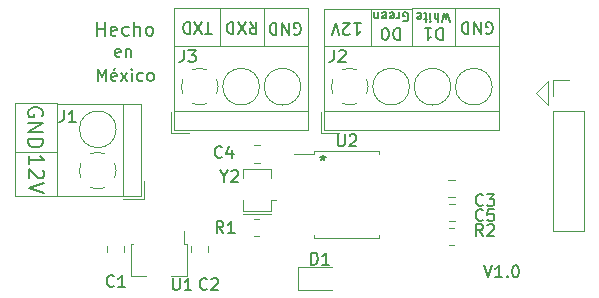
<source format=gbr>
%TF.GenerationSoftware,KiCad,Pcbnew,(5.1.9)-1*%
%TF.CreationDate,2021-07-20T15:51:08-07:00*%
%TF.ProjectId,Wie to serial,57696520-746f-4207-9365-7269616c2e6b,rev?*%
%TF.SameCoordinates,Original*%
%TF.FileFunction,Legend,Top*%
%TF.FilePolarity,Positive*%
%FSLAX46Y46*%
G04 Gerber Fmt 4.6, Leading zero omitted, Abs format (unit mm)*
G04 Created by KiCad (PCBNEW (5.1.9)-1) date 2021-07-20 15:51:08*
%MOMM*%
%LPD*%
G01*
G04 APERTURE LIST*
%ADD10C,0.203200*%
%ADD11C,0.150000*%
%ADD12C,0.120000*%
G04 APERTURE END LIST*
D10*
X132107214Y-76215119D02*
X132107214Y-75199119D01*
X132445880Y-75924833D01*
X132784547Y-75199119D01*
X132784547Y-76215119D01*
X133655404Y-76166738D02*
X133558642Y-76215119D01*
X133365119Y-76215119D01*
X133268357Y-76166738D01*
X133219976Y-76069976D01*
X133219976Y-75682928D01*
X133268357Y-75586166D01*
X133365119Y-75537785D01*
X133558642Y-75537785D01*
X133655404Y-75586166D01*
X133703785Y-75682928D01*
X133703785Y-75779690D01*
X133219976Y-75876452D01*
X133558642Y-75150738D02*
X133413500Y-75295880D01*
X134042452Y-76215119D02*
X134574642Y-75537785D01*
X134042452Y-75537785D02*
X134574642Y-76215119D01*
X134961690Y-76215119D02*
X134961690Y-75537785D01*
X134961690Y-75199119D02*
X134913309Y-75247500D01*
X134961690Y-75295880D01*
X135010071Y-75247500D01*
X134961690Y-75199119D01*
X134961690Y-75295880D01*
X135880928Y-76166738D02*
X135784166Y-76215119D01*
X135590642Y-76215119D01*
X135493880Y-76166738D01*
X135445500Y-76118357D01*
X135397119Y-76021595D01*
X135397119Y-75731309D01*
X135445500Y-75634547D01*
X135493880Y-75586166D01*
X135590642Y-75537785D01*
X135784166Y-75537785D01*
X135880928Y-75586166D01*
X136461500Y-76215119D02*
X136364738Y-76166738D01*
X136316357Y-76118357D01*
X136267976Y-76021595D01*
X136267976Y-75731309D01*
X136316357Y-75634547D01*
X136364738Y-75586166D01*
X136461500Y-75537785D01*
X136606642Y-75537785D01*
X136703404Y-75586166D01*
X136751785Y-75634547D01*
X136800166Y-75731309D01*
X136800166Y-76021595D01*
X136751785Y-76118357D01*
X136703404Y-76166738D01*
X136606642Y-76215119D01*
X136461500Y-76215119D01*
X133972904Y-74134738D02*
X133876142Y-74183119D01*
X133682619Y-74183119D01*
X133585857Y-74134738D01*
X133537476Y-74037976D01*
X133537476Y-73650928D01*
X133585857Y-73554166D01*
X133682619Y-73505785D01*
X133876142Y-73505785D01*
X133972904Y-73554166D01*
X134021285Y-73650928D01*
X134021285Y-73747690D01*
X133537476Y-73844452D01*
X134456714Y-73505785D02*
X134456714Y-74183119D01*
X134456714Y-73602547D02*
X134505095Y-73554166D01*
X134601857Y-73505785D01*
X134747000Y-73505785D01*
X134843761Y-73554166D01*
X134892142Y-73650928D01*
X134892142Y-74183119D01*
X132025571Y-72399071D02*
X132025571Y-71256071D01*
X132025571Y-71800357D02*
X132678714Y-71800357D01*
X132678714Y-72399071D02*
X132678714Y-71256071D01*
X133658428Y-72344642D02*
X133549571Y-72399071D01*
X133331857Y-72399071D01*
X133223000Y-72344642D01*
X133168571Y-72235785D01*
X133168571Y-71800357D01*
X133223000Y-71691500D01*
X133331857Y-71637071D01*
X133549571Y-71637071D01*
X133658428Y-71691500D01*
X133712857Y-71800357D01*
X133712857Y-71909214D01*
X133168571Y-72018071D01*
X134692571Y-72344642D02*
X134583714Y-72399071D01*
X134366000Y-72399071D01*
X134257142Y-72344642D01*
X134202714Y-72290214D01*
X134148285Y-72181357D01*
X134148285Y-71854785D01*
X134202714Y-71745928D01*
X134257142Y-71691500D01*
X134366000Y-71637071D01*
X134583714Y-71637071D01*
X134692571Y-71691500D01*
X135182428Y-72399071D02*
X135182428Y-71256071D01*
X135672285Y-72399071D02*
X135672285Y-71800357D01*
X135617857Y-71691500D01*
X135509000Y-71637071D01*
X135345714Y-71637071D01*
X135236857Y-71691500D01*
X135182428Y-71745928D01*
X136379857Y-72399071D02*
X136271000Y-72344642D01*
X136216571Y-72290214D01*
X136162142Y-72181357D01*
X136162142Y-71854785D01*
X136216571Y-71745928D01*
X136271000Y-71691500D01*
X136379857Y-71637071D01*
X136543142Y-71637071D01*
X136652000Y-71691500D01*
X136706428Y-71745928D01*
X136760857Y-71854785D01*
X136760857Y-72181357D01*
X136706428Y-72290214D01*
X136652000Y-72344642D01*
X136543142Y-72399071D01*
X136379857Y-72399071D01*
D11*
X164782690Y-91844880D02*
X165116023Y-92844880D01*
X165449357Y-91844880D01*
X166306500Y-92844880D02*
X165735071Y-92844880D01*
X166020785Y-92844880D02*
X166020785Y-91844880D01*
X165925547Y-91987738D01*
X165830309Y-92082976D01*
X165735071Y-92130595D01*
X166735071Y-92749642D02*
X166782690Y-92797261D01*
X166735071Y-92844880D01*
X166687452Y-92797261D01*
X166735071Y-92749642D01*
X166735071Y-92844880D01*
X167401738Y-91844880D02*
X167496976Y-91844880D01*
X167592214Y-91892500D01*
X167639833Y-91940119D01*
X167687452Y-92035357D01*
X167735071Y-92225833D01*
X167735071Y-92463928D01*
X167687452Y-92654404D01*
X167639833Y-92749642D01*
X167592214Y-92797261D01*
X167496976Y-92844880D01*
X167401738Y-92844880D01*
X167306500Y-92797261D01*
X167258880Y-92749642D01*
X167211261Y-92654404D01*
X167163642Y-92463928D01*
X167163642Y-92225833D01*
X167211261Y-92035357D01*
X167258880Y-91940119D01*
X167306500Y-91892500D01*
X167401738Y-91844880D01*
X161861500Y-71219785D02*
X161680071Y-70457785D01*
X161534928Y-71002071D01*
X161389785Y-70457785D01*
X161208357Y-71219785D01*
X160918071Y-70457785D02*
X160918071Y-71219785D01*
X160591500Y-70457785D02*
X160591500Y-70856928D01*
X160627785Y-70929500D01*
X160700357Y-70965785D01*
X160809214Y-70965785D01*
X160881785Y-70929500D01*
X160918071Y-70893214D01*
X160228642Y-70457785D02*
X160228642Y-70965785D01*
X160228642Y-71219785D02*
X160264928Y-71183500D01*
X160228642Y-71147214D01*
X160192357Y-71183500D01*
X160228642Y-71219785D01*
X160228642Y-71147214D01*
X159974642Y-70965785D02*
X159684357Y-70965785D01*
X159865785Y-71219785D02*
X159865785Y-70566642D01*
X159829500Y-70494071D01*
X159756928Y-70457785D01*
X159684357Y-70457785D01*
X159140071Y-70494071D02*
X159212642Y-70457785D01*
X159357785Y-70457785D01*
X159430357Y-70494071D01*
X159466642Y-70566642D01*
X159466642Y-70856928D01*
X159430357Y-70929500D01*
X159357785Y-70965785D01*
X159212642Y-70965785D01*
X159140071Y-70929500D01*
X159103785Y-70856928D01*
X159103785Y-70784357D01*
X159466642Y-70711785D01*
X157942642Y-71120000D02*
X158015214Y-71156285D01*
X158124071Y-71156285D01*
X158232928Y-71120000D01*
X158305500Y-71047428D01*
X158341785Y-70974857D01*
X158378071Y-70829714D01*
X158378071Y-70720857D01*
X158341785Y-70575714D01*
X158305500Y-70503142D01*
X158232928Y-70430571D01*
X158124071Y-70394285D01*
X158051500Y-70394285D01*
X157942642Y-70430571D01*
X157906357Y-70466857D01*
X157906357Y-70720857D01*
X158051500Y-70720857D01*
X157579785Y-70394285D02*
X157579785Y-70902285D01*
X157579785Y-70757142D02*
X157543500Y-70829714D01*
X157507214Y-70866000D01*
X157434642Y-70902285D01*
X157362071Y-70902285D01*
X156817785Y-70430571D02*
X156890357Y-70394285D01*
X157035500Y-70394285D01*
X157108071Y-70430571D01*
X157144357Y-70503142D01*
X157144357Y-70793428D01*
X157108071Y-70866000D01*
X157035500Y-70902285D01*
X156890357Y-70902285D01*
X156817785Y-70866000D01*
X156781500Y-70793428D01*
X156781500Y-70720857D01*
X157144357Y-70648285D01*
X156164642Y-70430571D02*
X156237214Y-70394285D01*
X156382357Y-70394285D01*
X156454928Y-70430571D01*
X156491214Y-70503142D01*
X156491214Y-70793428D01*
X156454928Y-70866000D01*
X156382357Y-70902285D01*
X156237214Y-70902285D01*
X156164642Y-70866000D01*
X156128357Y-70793428D01*
X156128357Y-70720857D01*
X156491214Y-70648285D01*
X155801785Y-70902285D02*
X155801785Y-70394285D01*
X155801785Y-70829714D02*
X155765500Y-70866000D01*
X155692928Y-70902285D01*
X155584071Y-70902285D01*
X155511500Y-70866000D01*
X155475214Y-70793428D01*
X155475214Y-70394285D01*
X164972904Y-72191500D02*
X165068142Y-72239119D01*
X165211000Y-72239119D01*
X165353857Y-72191500D01*
X165449095Y-72096261D01*
X165496714Y-72001023D01*
X165544333Y-71810547D01*
X165544333Y-71667690D01*
X165496714Y-71477214D01*
X165449095Y-71381976D01*
X165353857Y-71286738D01*
X165211000Y-71239119D01*
X165115761Y-71239119D01*
X164972904Y-71286738D01*
X164925285Y-71334357D01*
X164925285Y-71667690D01*
X165115761Y-71667690D01*
X164496714Y-71239119D02*
X164496714Y-72239119D01*
X163925285Y-71239119D01*
X163925285Y-72239119D01*
X163449095Y-71239119D02*
X163449095Y-72239119D01*
X163211000Y-72239119D01*
X163068142Y-72191500D01*
X162972904Y-72096261D01*
X162925285Y-72001023D01*
X162877666Y-71810547D01*
X162877666Y-71667690D01*
X162925285Y-71477214D01*
X162972904Y-71381976D01*
X163068142Y-71286738D01*
X163211000Y-71239119D01*
X163449095Y-71239119D01*
X161266095Y-71747119D02*
X161266095Y-72747119D01*
X161028000Y-72747119D01*
X160885142Y-72699500D01*
X160789904Y-72604261D01*
X160742285Y-72509023D01*
X160694666Y-72318547D01*
X160694666Y-72175690D01*
X160742285Y-71985214D01*
X160789904Y-71889976D01*
X160885142Y-71794738D01*
X161028000Y-71747119D01*
X161266095Y-71747119D01*
X159742285Y-71747119D02*
X160313714Y-71747119D01*
X160028000Y-71747119D02*
X160028000Y-72747119D01*
X160123238Y-72604261D01*
X160218476Y-72509023D01*
X160313714Y-72461404D01*
X157646595Y-71747119D02*
X157646595Y-72747119D01*
X157408500Y-72747119D01*
X157265642Y-72699500D01*
X157170404Y-72604261D01*
X157122785Y-72509023D01*
X157075166Y-72318547D01*
X157075166Y-72175690D01*
X157122785Y-71985214D01*
X157170404Y-71889976D01*
X157265642Y-71794738D01*
X157408500Y-71747119D01*
X157646595Y-71747119D01*
X156456119Y-72747119D02*
X156360880Y-72747119D01*
X156265642Y-72699500D01*
X156218023Y-72651880D01*
X156170404Y-72556642D01*
X156122785Y-72366166D01*
X156122785Y-72128071D01*
X156170404Y-71937595D01*
X156218023Y-71842357D01*
X156265642Y-71794738D01*
X156360880Y-71747119D01*
X156456119Y-71747119D01*
X156551357Y-71794738D01*
X156598976Y-71842357D01*
X156646595Y-71937595D01*
X156694214Y-72128071D01*
X156694214Y-72366166D01*
X156646595Y-72556642D01*
X156598976Y-72651880D01*
X156551357Y-72699500D01*
X156456119Y-72747119D01*
X153781047Y-71302619D02*
X154352476Y-71302619D01*
X154066761Y-71302619D02*
X154066761Y-72302619D01*
X154162000Y-72159761D01*
X154257238Y-72064523D01*
X154352476Y-72016904D01*
X153400095Y-72207380D02*
X153352476Y-72255000D01*
X153257238Y-72302619D01*
X153019142Y-72302619D01*
X152923904Y-72255000D01*
X152876285Y-72207380D01*
X152828666Y-72112142D01*
X152828666Y-72016904D01*
X152876285Y-71874047D01*
X153447714Y-71302619D01*
X152828666Y-71302619D01*
X152542952Y-72302619D02*
X152209619Y-71302619D01*
X151876285Y-72302619D01*
D12*
X162306000Y-73215500D02*
X162306000Y-70104000D01*
X158686500Y-73215500D02*
X158686500Y-70104000D01*
X155194000Y-73215500D02*
X155194000Y-70167500D01*
X166052500Y-70040500D02*
X165862000Y-70040500D01*
X166076000Y-73248000D02*
X166052500Y-70040500D01*
X151257000Y-70104000D02*
X165862000Y-70040500D01*
X151256000Y-73248000D02*
X151257000Y-70104000D01*
D11*
X148716904Y-72255000D02*
X148812142Y-72302619D01*
X148955000Y-72302619D01*
X149097857Y-72255000D01*
X149193095Y-72159761D01*
X149240714Y-72064523D01*
X149288333Y-71874047D01*
X149288333Y-71731190D01*
X149240714Y-71540714D01*
X149193095Y-71445476D01*
X149097857Y-71350238D01*
X148955000Y-71302619D01*
X148859761Y-71302619D01*
X148716904Y-71350238D01*
X148669285Y-71397857D01*
X148669285Y-71731190D01*
X148859761Y-71731190D01*
X148240714Y-71302619D02*
X148240714Y-72302619D01*
X147669285Y-71302619D01*
X147669285Y-72302619D01*
X147193095Y-71302619D02*
X147193095Y-72302619D01*
X146955000Y-72302619D01*
X146812142Y-72255000D01*
X146716904Y-72159761D01*
X146669285Y-72064523D01*
X146621666Y-71874047D01*
X146621666Y-71731190D01*
X146669285Y-71540714D01*
X146716904Y-71445476D01*
X146812142Y-71350238D01*
X146955000Y-71302619D01*
X147193095Y-71302619D01*
X144938666Y-71239119D02*
X145272000Y-71715309D01*
X145510095Y-71239119D02*
X145510095Y-72239119D01*
X145129142Y-72239119D01*
X145033904Y-72191500D01*
X144986285Y-72143880D01*
X144938666Y-72048642D01*
X144938666Y-71905785D01*
X144986285Y-71810547D01*
X145033904Y-71762928D01*
X145129142Y-71715309D01*
X145510095Y-71715309D01*
X144605333Y-72239119D02*
X143938666Y-71239119D01*
X143938666Y-72239119D02*
X144605333Y-71239119D01*
X143557714Y-71239119D02*
X143557714Y-72239119D01*
X143319619Y-72239119D01*
X143176761Y-72191500D01*
X143081523Y-72096261D01*
X143033904Y-72001023D01*
X142986285Y-71810547D01*
X142986285Y-71667690D01*
X143033904Y-71477214D01*
X143081523Y-71381976D01*
X143176761Y-71286738D01*
X143319619Y-71239119D01*
X143557714Y-71239119D01*
X141723904Y-72239119D02*
X141152476Y-72239119D01*
X141438190Y-71239119D02*
X141438190Y-72239119D01*
X140914380Y-72239119D02*
X140247714Y-71239119D01*
X140247714Y-72239119D02*
X140914380Y-71239119D01*
X139866761Y-71239119D02*
X139866761Y-72239119D01*
X139628666Y-72239119D01*
X139485809Y-72191500D01*
X139390571Y-72096261D01*
X139342952Y-72001023D01*
X139295333Y-71810547D01*
X139295333Y-71667690D01*
X139342952Y-71477214D01*
X139390571Y-71381976D01*
X139485809Y-71286738D01*
X139628666Y-71239119D01*
X139866761Y-71239119D01*
D12*
X146113500Y-73215500D02*
X146113500Y-70104000D01*
X142430500Y-73215500D02*
X142430500Y-70104000D01*
X138556000Y-73248000D02*
X138557000Y-70040500D01*
X149860000Y-70040500D02*
X138557000Y-70040500D01*
X149876000Y-73248000D02*
X149860000Y-70040500D01*
X128625600Y-82219800D02*
X125095000Y-82219800D01*
X125069600Y-85979000D02*
X128620000Y-85980000D01*
X125069600Y-85852000D02*
X125069600Y-85979000D01*
X125095000Y-78130400D02*
X125069600Y-85852000D01*
X128600200Y-78130400D02*
X125095000Y-78130400D01*
D10*
X127381000Y-79194780D02*
X127441476Y-79073828D01*
X127441476Y-78892400D01*
X127381000Y-78710971D01*
X127260047Y-78590019D01*
X127139095Y-78529542D01*
X126897190Y-78469066D01*
X126715761Y-78469066D01*
X126473857Y-78529542D01*
X126352904Y-78590019D01*
X126231952Y-78710971D01*
X126171476Y-78892400D01*
X126171476Y-79013352D01*
X126231952Y-79194780D01*
X126292428Y-79255257D01*
X126715761Y-79255257D01*
X126715761Y-79013352D01*
X126171476Y-79799542D02*
X127441476Y-79799542D01*
X126171476Y-80525257D01*
X127441476Y-80525257D01*
X126171476Y-81130019D02*
X127441476Y-81130019D01*
X127441476Y-81432400D01*
X127381000Y-81613828D01*
X127260047Y-81734780D01*
X127139095Y-81795257D01*
X126897190Y-81855733D01*
X126715761Y-81855733D01*
X126473857Y-81795257D01*
X126352904Y-81734780D01*
X126231952Y-81613828D01*
X126171476Y-81432400D01*
X126171476Y-81130019D01*
X126273076Y-83262409D02*
X126273076Y-82536695D01*
X126273076Y-82899552D02*
X127543076Y-82899552D01*
X127361647Y-82778600D01*
X127240695Y-82657647D01*
X127180219Y-82536695D01*
X127422123Y-83746219D02*
X127482600Y-83806695D01*
X127543076Y-83927647D01*
X127543076Y-84230028D01*
X127482600Y-84350980D01*
X127422123Y-84411457D01*
X127301171Y-84471933D01*
X127180219Y-84471933D01*
X126998790Y-84411457D01*
X126273076Y-83685742D01*
X126273076Y-84471933D01*
X127543076Y-84834790D02*
X126273076Y-85258123D01*
X127543076Y-85681457D01*
D12*
X169164000Y-77216000D02*
X170180000Y-76200000D01*
X170180000Y-78232000D02*
X169164000Y-77216000D01*
X170180000Y-76200000D02*
X170180000Y-78232000D01*
D11*
X151130000Y-82510380D02*
X151130000Y-82748476D01*
X150891904Y-82653238D02*
X151130000Y-82748476D01*
X151368095Y-82653238D01*
X150987142Y-82938952D02*
X151130000Y-82748476D01*
X151272857Y-82938952D01*
D12*
%TO.C,U2*%
X153162000Y-89562000D02*
X155922000Y-89562000D01*
X155922000Y-89562000D02*
X155922000Y-89287000D01*
X153162000Y-89562000D02*
X150402000Y-89562000D01*
X150402000Y-89562000D02*
X150402000Y-89287000D01*
X153162000Y-82142000D02*
X155922000Y-82142000D01*
X155922000Y-82142000D02*
X155922000Y-82417000D01*
X153162000Y-82142000D02*
X150402000Y-82142000D01*
X150402000Y-82142000D02*
X150402000Y-82417000D01*
X150402000Y-82417000D02*
X148712000Y-82417000D01*
%TO.C,C3*%
X161769248Y-84609000D02*
X162291752Y-84609000D01*
X161769248Y-86079000D02*
X162291752Y-86079000D01*
%TO.C,C1*%
X134339000Y-90162748D02*
X134339000Y-90685252D01*
X132869000Y-90162748D02*
X132869000Y-90685252D01*
%TO.C,C2*%
X139981000Y-90162748D02*
X139981000Y-90685252D01*
X141451000Y-90162748D02*
X141451000Y-90685252D01*
%TO.C,C4*%
X145280748Y-81688000D02*
X145803252Y-81688000D01*
X145280748Y-83158000D02*
X145803252Y-83158000D01*
%TO.C,C5*%
X161790748Y-88111000D02*
X162313252Y-88111000D01*
X161790748Y-86641000D02*
X162313252Y-86641000D01*
%TO.C,D1*%
X151876000Y-92004000D02*
X149016000Y-92004000D01*
X149016000Y-92004000D02*
X149016000Y-93924000D01*
X149016000Y-93924000D02*
X151876000Y-93924000D01*
%TO.C,J1*%
X133635000Y-80320000D02*
G75*
G03*
X133635000Y-80320000I-1555000J0D01*
G01*
X134180000Y-85980000D02*
X134180000Y-78160000D01*
X128620000Y-85980000D02*
X128620000Y-78160000D01*
X135740000Y-85980000D02*
X135740000Y-78160000D01*
X128620000Y-85980000D02*
X135740000Y-85980000D01*
X128620000Y-78160000D02*
X135740000Y-78160000D01*
X134240000Y-86220000D02*
X135980000Y-86220000D01*
X135980000Y-86220000D02*
X135980000Y-84720000D01*
X133511385Y-83212413D02*
G75*
G02*
X133635000Y-83820000I-1431385J-607587D01*
G01*
X131472258Y-82387891D02*
G75*
G02*
X132688000Y-82388000I607742J-1432109D01*
G01*
X130647891Y-84427742D02*
G75*
G02*
X130648000Y-83212000I1432109J607742D01*
G01*
X132687742Y-85252109D02*
G75*
G02*
X131472000Y-85252000I-607742J1432109D01*
G01*
X133635492Y-83792989D02*
G75*
G02*
X133512000Y-84428000I-1555492J-27011D01*
G01*
%TO.C,J2*%
X158471000Y-76708000D02*
G75*
G03*
X158471000Y-76708000I-1555000J0D01*
G01*
X161971000Y-76708000D02*
G75*
G03*
X161971000Y-76708000I-1555000J0D01*
G01*
X165471000Y-76708000D02*
G75*
G03*
X165471000Y-76708000I-1555000J0D01*
G01*
X151256000Y-78808000D02*
X166076000Y-78808000D01*
X151256000Y-73248000D02*
X166076000Y-73248000D01*
X151256000Y-80368000D02*
X166076000Y-80368000D01*
X151256000Y-73248000D02*
X151256000Y-80368000D01*
X166076000Y-73248000D02*
X166076000Y-80368000D01*
X151016000Y-78868000D02*
X151016000Y-80608000D01*
X151016000Y-80608000D02*
X152516000Y-80608000D01*
X154023587Y-78139385D02*
G75*
G02*
X153416000Y-78263000I-607587J1431385D01*
G01*
X154848109Y-76100258D02*
G75*
G02*
X154848000Y-77316000I-1432109J-607742D01*
G01*
X152808258Y-75275891D02*
G75*
G02*
X154024000Y-75276000I607742J-1432109D01*
G01*
X151983891Y-77315742D02*
G75*
G02*
X151984000Y-76100000I1432109J607742D01*
G01*
X153443011Y-78263492D02*
G75*
G02*
X152808000Y-78140000I-27011J1555492D01*
G01*
%TO.C,J3*%
X145771000Y-76708000D02*
G75*
G03*
X145771000Y-76708000I-1555000J0D01*
G01*
X149271000Y-76708000D02*
G75*
G03*
X149271000Y-76708000I-1555000J0D01*
G01*
X138556000Y-78808000D02*
X149876000Y-78808000D01*
X138556000Y-73248000D02*
X149876000Y-73248000D01*
X138556000Y-80368000D02*
X149876000Y-80368000D01*
X138556000Y-73248000D02*
X138556000Y-80368000D01*
X149876000Y-73248000D02*
X149876000Y-80368000D01*
X138316000Y-78868000D02*
X138316000Y-80608000D01*
X138316000Y-80608000D02*
X139816000Y-80608000D01*
X141323587Y-78139385D02*
G75*
G02*
X140716000Y-78263000I-607587J1431385D01*
G01*
X142148109Y-76100258D02*
G75*
G02*
X142148000Y-77316000I-1432109J-607742D01*
G01*
X140108258Y-75275891D02*
G75*
G02*
X141324000Y-75276000I607742J-1432109D01*
G01*
X139283891Y-77315742D02*
G75*
G02*
X139284000Y-76100000I1432109J607742D01*
G01*
X140743011Y-78263492D02*
G75*
G02*
X140108000Y-78140000I-27011J1555492D01*
G01*
%TO.C,J4*%
X170628000Y-88960000D02*
X173288000Y-88960000D01*
X170628000Y-78740000D02*
X170628000Y-88960000D01*
X173288000Y-78740000D02*
X173288000Y-88960000D01*
X170628000Y-78740000D02*
X173288000Y-78740000D01*
X170628000Y-77470000D02*
X170628000Y-76140000D01*
X170628000Y-76140000D02*
X171958000Y-76140000D01*
%TO.C,R1*%
X145314936Y-89381000D02*
X145769064Y-89381000D01*
X145314936Y-87911000D02*
X145769064Y-87911000D01*
%TO.C,R2*%
X162279064Y-90143000D02*
X161824936Y-90143000D01*
X162279064Y-88673000D02*
X161824936Y-88673000D01*
%TO.C,U1*%
X136181199Y-92755801D02*
X134871199Y-92755801D01*
X134871199Y-92755801D02*
X134871199Y-90035801D01*
X139361199Y-88895801D02*
X139361199Y-90035801D01*
X139591199Y-92755801D02*
X138281199Y-92755801D01*
X139591199Y-90035801D02*
X139591199Y-92755801D01*
X139591199Y-90035801D02*
X139361199Y-90035801D01*
X134871199Y-90035801D02*
X135101199Y-90035801D01*
%TO.C,Y2*%
X146742000Y-83671000D02*
X146742000Y-84471000D01*
X144342000Y-83671000D02*
X146342000Y-83671000D01*
X144342000Y-84471000D02*
X144342000Y-83671000D01*
X144342000Y-87271000D02*
X144342000Y-86271000D01*
X146342000Y-87271000D02*
X144342000Y-87271000D01*
X146742000Y-86271000D02*
X146742000Y-87271000D01*
X146742000Y-86271000D02*
X147142000Y-86271000D01*
X144342000Y-87471000D02*
X146342000Y-87471000D01*
X146342000Y-83671000D02*
X146742000Y-83671000D01*
X146342000Y-87271000D02*
X146742000Y-87271000D01*
X146342000Y-87471000D02*
X146742000Y-87471000D01*
%TO.C,U2*%
D11*
X152400095Y-80754380D02*
X152400095Y-81563904D01*
X152447714Y-81659142D01*
X152495333Y-81706761D01*
X152590571Y-81754380D01*
X152781047Y-81754380D01*
X152876285Y-81706761D01*
X152923904Y-81659142D01*
X152971523Y-81563904D01*
X152971523Y-80754380D01*
X153400095Y-80849619D02*
X153447714Y-80802000D01*
X153542952Y-80754380D01*
X153781047Y-80754380D01*
X153876285Y-80802000D01*
X153923904Y-80849619D01*
X153971523Y-80944857D01*
X153971523Y-81040095D01*
X153923904Y-81182952D01*
X153352476Y-81754380D01*
X153971523Y-81754380D01*
%TO.C,C3*%
X164679333Y-86717142D02*
X164631714Y-86764761D01*
X164488857Y-86812380D01*
X164393619Y-86812380D01*
X164250761Y-86764761D01*
X164155523Y-86669523D01*
X164107904Y-86574285D01*
X164060285Y-86383809D01*
X164060285Y-86240952D01*
X164107904Y-86050476D01*
X164155523Y-85955238D01*
X164250761Y-85860000D01*
X164393619Y-85812380D01*
X164488857Y-85812380D01*
X164631714Y-85860000D01*
X164679333Y-85907619D01*
X165012666Y-85812380D02*
X165631714Y-85812380D01*
X165298380Y-86193333D01*
X165441238Y-86193333D01*
X165536476Y-86240952D01*
X165584095Y-86288571D01*
X165631714Y-86383809D01*
X165631714Y-86621904D01*
X165584095Y-86717142D01*
X165536476Y-86764761D01*
X165441238Y-86812380D01*
X165155523Y-86812380D01*
X165060285Y-86764761D01*
X165012666Y-86717142D01*
%TO.C,C1*%
X133437333Y-93575142D02*
X133389714Y-93622761D01*
X133246857Y-93670380D01*
X133151619Y-93670380D01*
X133008761Y-93622761D01*
X132913523Y-93527523D01*
X132865904Y-93432285D01*
X132818285Y-93241809D01*
X132818285Y-93098952D01*
X132865904Y-92908476D01*
X132913523Y-92813238D01*
X133008761Y-92718000D01*
X133151619Y-92670380D01*
X133246857Y-92670380D01*
X133389714Y-92718000D01*
X133437333Y-92765619D01*
X134389714Y-93670380D02*
X133818285Y-93670380D01*
X134104000Y-93670380D02*
X134104000Y-92670380D01*
X134008761Y-92813238D01*
X133913523Y-92908476D01*
X133818285Y-92956095D01*
%TO.C,C2*%
X141311333Y-93829142D02*
X141263714Y-93876761D01*
X141120857Y-93924380D01*
X141025619Y-93924380D01*
X140882761Y-93876761D01*
X140787523Y-93781523D01*
X140739904Y-93686285D01*
X140692285Y-93495809D01*
X140692285Y-93352952D01*
X140739904Y-93162476D01*
X140787523Y-93067238D01*
X140882761Y-92972000D01*
X141025619Y-92924380D01*
X141120857Y-92924380D01*
X141263714Y-92972000D01*
X141311333Y-93019619D01*
X141692285Y-93019619D02*
X141739904Y-92972000D01*
X141835142Y-92924380D01*
X142073238Y-92924380D01*
X142168476Y-92972000D01*
X142216095Y-93019619D01*
X142263714Y-93114857D01*
X142263714Y-93210095D01*
X142216095Y-93352952D01*
X141644666Y-93924380D01*
X142263714Y-93924380D01*
%TO.C,C4*%
X142581333Y-82653142D02*
X142533714Y-82700761D01*
X142390857Y-82748380D01*
X142295619Y-82748380D01*
X142152761Y-82700761D01*
X142057523Y-82605523D01*
X142009904Y-82510285D01*
X141962285Y-82319809D01*
X141962285Y-82176952D01*
X142009904Y-81986476D01*
X142057523Y-81891238D01*
X142152761Y-81796000D01*
X142295619Y-81748380D01*
X142390857Y-81748380D01*
X142533714Y-81796000D01*
X142581333Y-81843619D01*
X143438476Y-82081714D02*
X143438476Y-82748380D01*
X143200380Y-81700761D02*
X142962285Y-82415047D01*
X143581333Y-82415047D01*
%TO.C,C5*%
X164679333Y-87987142D02*
X164631714Y-88034761D01*
X164488857Y-88082380D01*
X164393619Y-88082380D01*
X164250761Y-88034761D01*
X164155523Y-87939523D01*
X164107904Y-87844285D01*
X164060285Y-87653809D01*
X164060285Y-87510952D01*
X164107904Y-87320476D01*
X164155523Y-87225238D01*
X164250761Y-87130000D01*
X164393619Y-87082380D01*
X164488857Y-87082380D01*
X164631714Y-87130000D01*
X164679333Y-87177619D01*
X165584095Y-87082380D02*
X165107904Y-87082380D01*
X165060285Y-87558571D01*
X165107904Y-87510952D01*
X165203142Y-87463333D01*
X165441238Y-87463333D01*
X165536476Y-87510952D01*
X165584095Y-87558571D01*
X165631714Y-87653809D01*
X165631714Y-87891904D01*
X165584095Y-87987142D01*
X165536476Y-88034761D01*
X165441238Y-88082380D01*
X165203142Y-88082380D01*
X165107904Y-88034761D01*
X165060285Y-87987142D01*
%TO.C,D1*%
X150137904Y-91766380D02*
X150137904Y-90766380D01*
X150376000Y-90766380D01*
X150518857Y-90814000D01*
X150614095Y-90909238D01*
X150661714Y-91004476D01*
X150709333Y-91194952D01*
X150709333Y-91337809D01*
X150661714Y-91528285D01*
X150614095Y-91623523D01*
X150518857Y-91718761D01*
X150376000Y-91766380D01*
X150137904Y-91766380D01*
X151661714Y-91766380D02*
X151090285Y-91766380D01*
X151376000Y-91766380D02*
X151376000Y-90766380D01*
X151280761Y-90909238D01*
X151185523Y-91004476D01*
X151090285Y-91052095D01*
%TO.C,J1*%
X129206666Y-78700380D02*
X129206666Y-79414666D01*
X129159047Y-79557523D01*
X129063809Y-79652761D01*
X128920952Y-79700380D01*
X128825714Y-79700380D01*
X130206666Y-79700380D02*
X129635238Y-79700380D01*
X129920952Y-79700380D02*
X129920952Y-78700380D01*
X129825714Y-78843238D01*
X129730476Y-78938476D01*
X129635238Y-78986095D01*
%TO.C,J2*%
X152066666Y-73620380D02*
X152066666Y-74334666D01*
X152019047Y-74477523D01*
X151923809Y-74572761D01*
X151780952Y-74620380D01*
X151685714Y-74620380D01*
X152495238Y-73715619D02*
X152542857Y-73668000D01*
X152638095Y-73620380D01*
X152876190Y-73620380D01*
X152971428Y-73668000D01*
X153019047Y-73715619D01*
X153066666Y-73810857D01*
X153066666Y-73906095D01*
X153019047Y-74048952D01*
X152447619Y-74620380D01*
X153066666Y-74620380D01*
%TO.C,J3*%
X139366666Y-73620380D02*
X139366666Y-74334666D01*
X139319047Y-74477523D01*
X139223809Y-74572761D01*
X139080952Y-74620380D01*
X138985714Y-74620380D01*
X139747619Y-73620380D02*
X140366666Y-73620380D01*
X140033333Y-74001333D01*
X140176190Y-74001333D01*
X140271428Y-74048952D01*
X140319047Y-74096571D01*
X140366666Y-74191809D01*
X140366666Y-74429904D01*
X140319047Y-74525142D01*
X140271428Y-74572761D01*
X140176190Y-74620380D01*
X139890476Y-74620380D01*
X139795238Y-74572761D01*
X139747619Y-74525142D01*
%TO.C,R1*%
X142708333Y-89098380D02*
X142375000Y-88622190D01*
X142136904Y-89098380D02*
X142136904Y-88098380D01*
X142517857Y-88098380D01*
X142613095Y-88146000D01*
X142660714Y-88193619D01*
X142708333Y-88288857D01*
X142708333Y-88431714D01*
X142660714Y-88526952D01*
X142613095Y-88574571D01*
X142517857Y-88622190D01*
X142136904Y-88622190D01*
X143660714Y-89098380D02*
X143089285Y-89098380D01*
X143375000Y-89098380D02*
X143375000Y-88098380D01*
X143279761Y-88241238D01*
X143184523Y-88336476D01*
X143089285Y-88384095D01*
%TO.C,R2*%
X164679333Y-89352380D02*
X164346000Y-88876190D01*
X164107904Y-89352380D02*
X164107904Y-88352380D01*
X164488857Y-88352380D01*
X164584095Y-88400000D01*
X164631714Y-88447619D01*
X164679333Y-88542857D01*
X164679333Y-88685714D01*
X164631714Y-88780952D01*
X164584095Y-88828571D01*
X164488857Y-88876190D01*
X164107904Y-88876190D01*
X165060285Y-88447619D02*
X165107904Y-88400000D01*
X165203142Y-88352380D01*
X165441238Y-88352380D01*
X165536476Y-88400000D01*
X165584095Y-88447619D01*
X165631714Y-88542857D01*
X165631714Y-88638095D01*
X165584095Y-88780952D01*
X165012666Y-89352380D01*
X165631714Y-89352380D01*
%TO.C,U1*%
X138430095Y-92924380D02*
X138430095Y-93733904D01*
X138477714Y-93829142D01*
X138525333Y-93876761D01*
X138620571Y-93924380D01*
X138811047Y-93924380D01*
X138906285Y-93876761D01*
X138953904Y-93829142D01*
X139001523Y-93733904D01*
X139001523Y-92924380D01*
X140001523Y-93924380D02*
X139430095Y-93924380D01*
X139715809Y-93924380D02*
X139715809Y-92924380D01*
X139620571Y-93067238D01*
X139525333Y-93162476D01*
X139430095Y-93210095D01*
%TO.C,Y2*%
X142779809Y-84304190D02*
X142779809Y-84780380D01*
X142446476Y-83780380D02*
X142779809Y-84304190D01*
X143113142Y-83780380D01*
X143398857Y-83875619D02*
X143446476Y-83828000D01*
X143541714Y-83780380D01*
X143779809Y-83780380D01*
X143875047Y-83828000D01*
X143922666Y-83875619D01*
X143970285Y-83970857D01*
X143970285Y-84066095D01*
X143922666Y-84208952D01*
X143351238Y-84780380D01*
X143970285Y-84780380D01*
%TD*%
M02*

</source>
